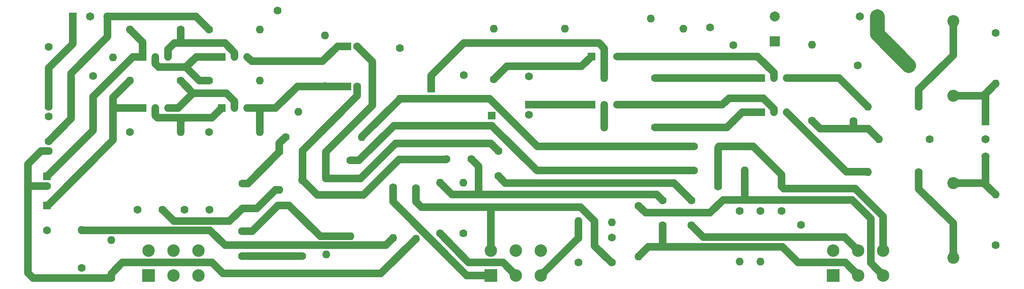
<source format=gbr>
%TF.GenerationSoftware,KiCad,Pcbnew,(6.0.7-1)-1*%
%TF.CreationDate,2023-01-17T23:08:22-05:00*%
%TF.ProjectId,2225_PE01,32323235-5f50-4453-9031-2e6b69636164,rev?*%
%TF.SameCoordinates,Original*%
%TF.FileFunction,Copper,L4,Bot*%
%TF.FilePolarity,Positive*%
%FSLAX46Y46*%
G04 Gerber Fmt 4.6, Leading zero omitted, Abs format (unit mm)*
G04 Created by KiCad (PCBNEW (6.0.7-1)-1) date 2023-01-17 23:08:22*
%MOMM*%
%LPD*%
G01*
G04 APERTURE LIST*
%TA.AperFunction,ComponentPad*%
%ADD10R,1.650000X1.650000*%
%TD*%
%TA.AperFunction,ComponentPad*%
%ADD11C,1.650000*%
%TD*%
%TA.AperFunction,ComponentPad*%
%ADD12C,1.600000*%
%TD*%
%TA.AperFunction,ComponentPad*%
%ADD13O,1.600000X1.600000*%
%TD*%
%TA.AperFunction,ComponentPad*%
%ADD14R,1.500000X1.500000*%
%TD*%
%TA.AperFunction,ComponentPad*%
%ADD15C,1.500000*%
%TD*%
%TA.AperFunction,ComponentPad*%
%ADD16R,1.600000X1.600000*%
%TD*%
%TA.AperFunction,ComponentPad*%
%ADD17R,2.500000X2.500000*%
%TD*%
%TA.AperFunction,ComponentPad*%
%ADD18C,2.500000*%
%TD*%
%TA.AperFunction,ComponentPad*%
%ADD19C,2.400000*%
%TD*%
%TA.AperFunction,ComponentPad*%
%ADD20R,2.000000X2.000000*%
%TD*%
%TA.AperFunction,ComponentPad*%
%ADD21C,2.000000*%
%TD*%
%TA.AperFunction,Conductor*%
%ADD22C,3.000000*%
%TD*%
%TA.AperFunction,Conductor*%
%ADD23C,1.500000*%
%TD*%
G04 APERTURE END LIST*
D10*
%TO.P,J1,1,Pin_1*%
%TO.N,Vin_R*%
X194000000Y-26121000D03*
D11*
%TO.P,J1,2,Pin_2*%
%TO.N,GND*%
X194000000Y-29621000D03*
%TO.P,J1,3,Pin_3*%
%TO.N,Vin_L*%
X194000000Y-33121000D03*
%TD*%
D12*
%TO.P,RE29,1*%
%TO.N,Net-(RE29-Pad1)*%
X84800000Y-48500000D03*
D13*
%TO.P,RE29,2*%
%TO.N,Net-(CE17-Pad1)*%
X84800000Y-38340000D03*
%TD*%
D12*
%TO.P,RE39,1*%
%TO.N,/HE5_B*%
X61800000Y-19000000D03*
D13*
%TO.P,RE39,2*%
%TO.N,/pwr*%
X61800000Y-8840000D03*
%TD*%
D12*
%TO.P,RE10,1*%
%TO.N,Net-(HE2-Pad2)*%
X126984500Y-13000000D03*
D13*
%TO.P,RE10,2*%
%TO.N,/pwr*%
X126984500Y-5380000D03*
%TD*%
D12*
%TO.P,CE8,1*%
%TO.N,Net-(CE8-Pad1)*%
X153134500Y-44071000D03*
%TO.P,CE8,2*%
%TO.N,Net-(CE8-Pad2)*%
X153134500Y-39071000D03*
%TD*%
%TO.P,CE9,1*%
%TO.N,Net-(CE9-Pad1)*%
X129384500Y-46900000D03*
%TO.P,CE9,2*%
%TO.N,Net-(CE17-Pad1)*%
X129384500Y-41900000D03*
%TD*%
D14*
%TO.P,HE3,1,E*%
%TO.N,/HE3_E*%
X115144500Y-22700000D03*
D15*
%TO.P,HE3,2,C*%
%TO.N,/HE3_C*%
X117684500Y-22700000D03*
%TO.P,HE3,3,B*%
%TO.N,/HE1_C*%
X120224500Y-22700000D03*
%TD*%
D16*
%TO.P,CE19,1*%
%TO.N,/HE5_B*%
X66244888Y-19021000D03*
D12*
%TO.P,CE19,2*%
%TO.N,Net-(CE17-Pad2)*%
X68244888Y-19021000D03*
%TD*%
D14*
%TO.P,HE4,1,E*%
%TO.N,Net-(CE4-Pad1)*%
X115144500Y-13000000D03*
D15*
%TO.P,HE4,2,C*%
%TO.N,Net-(CE6-Pad1)*%
X117684500Y-13000000D03*
%TO.P,HE4,3,B*%
%TO.N,Net-(HE2-Pad2)*%
X120224500Y-13000000D03*
%TD*%
D11*
%TO.P,J3,1,Pin_1*%
%TO.N,GND*%
X168784500Y-5000000D03*
%TO.P,J3,2,Pin_2*%
%TO.N,Vcc*%
X172284500Y-5000000D03*
%TD*%
D17*
%TO.P,RE52,1,1*%
%TO.N,Net-(CE11-Pad1)*%
X95000000Y-56950000D03*
D18*
%TO.P,RE52,2,2*%
%TO.N,Net-(RE29-Pad1)*%
X100000000Y-56950000D03*
%TO.P,RE52,3,3*%
%TO.N,Net-(CE11-Pad2)*%
X105000000Y-56950000D03*
%TO.P,RE52,4,4*%
%TO.N,Net-(CE12-Pad2)*%
X105000000Y-51950000D03*
%TO.P,RE52,5,5*%
%TO.N,Net-(RE30-Pad1)*%
X100000000Y-51950000D03*
%TO.P,RE52,6,6*%
%TO.N,Net-(CE12-Pad1)*%
X95000000Y-51950000D03*
%TD*%
D12*
%TO.P,CE13,1*%
%TO.N,Net-(CE13-Pad1)*%
X33700000Y-43800000D03*
%TO.P,CE13,2*%
%TO.N,Net-(CE13-Pad2)*%
X38700000Y-43800000D03*
%TD*%
D14*
%TO.P,HE8,1,E*%
%TO.N,Net-(CE22-Pad1)*%
X25280000Y-13110000D03*
D15*
%TO.P,HE8,2,C*%
%TO.N,Net-(HE6-Pad1)*%
X27820000Y-13110000D03*
%TO.P,HE8,3,B*%
%TO.N,Net-(HE6-Pad2)*%
X30360000Y-13110000D03*
%TD*%
D17*
%TO.P,RE53,1,1*%
%TO.N,Net-(CE13-Pad1)*%
X26500000Y-56950000D03*
D18*
%TO.P,RE53,2,2*%
%TO.N,Net-(CE13-Pad2)*%
X31500000Y-56950000D03*
%TO.P,RE53,3,3*%
%TO.N,Net-(CE15-Pad2)*%
X36500000Y-56950000D03*
%TO.P,RE53,4,4*%
%TO.N,Net-(CE16-Pad2)*%
X36500000Y-51950000D03*
%TO.P,RE53,5,5*%
%TO.N,Net-(CE14-Pad2)*%
X31500000Y-51950000D03*
%TO.P,RE53,6,6*%
%TO.N,Net-(CE14-Pad1)*%
X26500000Y-51950000D03*
%TD*%
D12*
%TO.P,CE16,1*%
%TO.N,Net-(CE14-Pad2)*%
X45284500Y-43500000D03*
%TO.P,CE16,2*%
%TO.N,Net-(CE16-Pad2)*%
X45284500Y-38500000D03*
%TD*%
%TO.P,RE15,1*%
%TO.N,/HE3_E*%
X109784500Y-22700000D03*
D13*
%TO.P,RE15,2*%
%TO.N,/pwr*%
X109784500Y-7460000D03*
%TD*%
D14*
%TO.P,HE7,1,E*%
%TO.N,Net-(CE21-Pad1)*%
X25280000Y-23410000D03*
D15*
%TO.P,HE7,2,C*%
%TO.N,Net-(HE5-Pad1)*%
X27820000Y-23410000D03*
%TO.P,HE7,3,B*%
%TO.N,Net-(HE5-Pad2)*%
X30360000Y-23410000D03*
%TD*%
D12*
%TO.P,RE8,1*%
%TO.N,GND*%
X182780000Y-29600000D03*
D13*
%TO.P,RE8,2*%
%TO.N,Net-(RE5-Pad1)*%
X172620000Y-29600000D03*
%TD*%
D12*
%TO.P,CE17,1*%
%TO.N,Net-(CE17-Pad1)*%
X91100000Y-33650000D03*
%TO.P,CE17,2*%
%TO.N,Net-(CE17-Pad2)*%
X86100000Y-33650000D03*
%TD*%
%TO.P,RE41,1*%
%TO.N,GND*%
X38620000Y-28200000D03*
D13*
%TO.P,RE41,2*%
%TO.N,/HE5_B*%
X48780000Y-28200000D03*
%TD*%
D12*
%TO.P,CE24,1*%
%TO.N,Net-(CE22-Pad2)*%
X6500000Y-32028408D03*
%TO.P,CE24,2*%
%TO.N,Vout_R*%
X6500000Y-30028408D03*
%TD*%
%TO.P,CE18,1*%
%TO.N,Net-(CE10-Pad2)*%
X96500000Y-37000000D03*
%TO.P,CE18,2*%
%TO.N,Net-(CE18-Pad2)*%
X96500000Y-32000000D03*
%TD*%
%TO.P,RE34,1*%
%TO.N,Net-(CE22-Pad2)*%
X19000000Y-57510000D03*
D13*
%TO.P,RE34,2*%
%TO.N,Net-(CE14-Pad1)*%
X19000000Y-49890000D03*
%TD*%
D12*
%TO.P,RE19,1*%
%TO.N,Net-(CE5-Pad2)*%
X135604500Y-35921000D03*
D13*
%TO.P,RE19,2*%
%TO.N,Net-(CE7-Pad2)*%
X145764500Y-35921000D03*
%TD*%
D12*
%TO.P,RE16,1*%
%TO.N,Net-(CE4-Pad1)*%
X95584500Y-17600000D03*
D13*
%TO.P,RE16,2*%
%TO.N,/pwr*%
X95584500Y-7440000D03*
%TD*%
D17*
%TO.P,RE51,1,1*%
%TO.N,Net-(CE7-Pad1)*%
X163500000Y-56950000D03*
D18*
%TO.P,RE51,2,2*%
%TO.N,Net-(CE9-Pad1)*%
X168500000Y-56950000D03*
%TO.P,RE51,3,3*%
%TO.N,Net-(CE7-Pad2)*%
X173500000Y-56950000D03*
%TO.P,RE51,4,4*%
%TO.N,Net-(CE8-Pad2)*%
X173500000Y-51950000D03*
%TO.P,RE51,5,5*%
%TO.N,Net-(CE10-Pad1)*%
X168500000Y-51950000D03*
%TO.P,RE51,6,6*%
%TO.N,Net-(CE8-Pad1)*%
X163500000Y-51950000D03*
%TD*%
D12*
%TO.P,CE10,1*%
%TO.N,Net-(CE10-Pad1)*%
X135134500Y-46900000D03*
%TO.P,CE10,2*%
%TO.N,Net-(CE10-Pad2)*%
X135134500Y-41900000D03*
%TD*%
%TO.P,RE27,1*%
%TO.N,Net-(CE11-Pad1)*%
X75400000Y-39320000D03*
D13*
%TO.P,RE27,2*%
%TO.N,Net-(CE21-Pad2)*%
X75400000Y-49480000D03*
%TD*%
D12*
%TO.P,RE50,1*%
%TO.N,Vout_R*%
X38620000Y-7600000D03*
D13*
%TO.P,RE50,2*%
%TO.N,GND*%
X48780000Y-7600000D03*
%TD*%
D12*
%TO.P,CE12,1*%
%TO.N,Net-(CE12-Pad1)*%
X119184500Y-54400000D03*
%TO.P,CE12,2*%
%TO.N,Net-(CE12-Pad2)*%
X119184500Y-49400000D03*
%TD*%
%TO.P,RE28,1*%
%TO.N,Net-(CE12-Pad1)*%
X80000000Y-39420000D03*
D13*
%TO.P,RE28,2*%
%TO.N,Net-(CE22-Pad2)*%
X80000000Y-49580000D03*
%TD*%
D14*
%TO.P,HE6,1,E*%
%TO.N,Net-(HE6-Pad1)*%
X41160000Y-13110000D03*
D15*
%TO.P,HE6,2,C*%
%TO.N,Net-(HE6-Pad2)*%
X43700000Y-13110000D03*
%TO.P,HE6,3,B*%
%TO.N,Net-(CE20-Pad1)*%
X46240000Y-13110000D03*
%TD*%
D13*
%TO.P,RE54,2*%
%TO.N,Vcc*%
X178580000Y-14800000D03*
D12*
%TO.P,RE54,1*%
%TO.N,/pwr*%
X168420000Y-14800000D03*
%TD*%
%TO.P,CE7,1*%
%TO.N,Net-(CE7-Pad1)*%
X157084500Y-46821000D03*
%TO.P,CE7,2*%
%TO.N,Net-(CE7-Pad2)*%
X157084500Y-41821000D03*
%TD*%
%TO.P,RE7,1*%
%TO.N,Net-(RE5-Pad1)*%
X159284500Y-25891000D03*
D13*
%TO.P,RE7,2*%
%TO.N,/pwr*%
X159284500Y-10651000D03*
%TD*%
D12*
%TO.P,RE23,1*%
%TO.N,Net-(CE7-Pad2)*%
X124534500Y-43000000D03*
D13*
%TO.P,RE23,2*%
%TO.N,Net-(CE9-Pad1)*%
X124534500Y-53160000D03*
%TD*%
D12*
%TO.P,RE13,1*%
%TO.N,/HE1_E*%
X127814500Y-27271000D03*
D13*
%TO.P,RE13,2*%
%TO.N,/HE3_C*%
X117654500Y-27271000D03*
%TD*%
D12*
%TO.P,RE14,1*%
%TO.N,Net-(HE2-Pad1)*%
X127864500Y-17321000D03*
D13*
%TO.P,RE14,2*%
%TO.N,Net-(CE6-Pad1)*%
X117704500Y-17321000D03*
%TD*%
D12*
%TO.P,RE3,1*%
%TO.N,Net-(CE1-Pad2)*%
X180614500Y-36200000D03*
D13*
%TO.P,RE3,2*%
%TO.N,/HE1_B*%
X170454500Y-36200000D03*
%TD*%
D19*
%TO.P,CE2,1*%
%TO.N,Vin_R*%
X187500000Y-20921000D03*
%TO.P,CE2,2*%
%TO.N,Net-(CE2-Pad2)*%
X187500000Y-5921000D03*
%TD*%
D14*
%TO.P,HE2,1,E*%
%TO.N,Net-(HE2-Pad1)*%
X149044500Y-17321000D03*
D15*
%TO.P,HE2,2,C*%
%TO.N,Net-(HE2-Pad2)*%
X151584500Y-17321000D03*
%TO.P,HE2,3,B*%
%TO.N,Net-(HE2-Pad3)*%
X154124500Y-17321000D03*
%TD*%
D12*
%TO.P,RE47,1*%
%TO.N,GND*%
X22740000Y-28200000D03*
D13*
%TO.P,RE47,2*%
%TO.N,Net-(HE5-Pad1)*%
X32900000Y-28200000D03*
%TD*%
D12*
%TO.P,RE17,1*%
%TO.N,GND*%
X89534500Y-16741000D03*
D13*
%TO.P,RE17,2*%
%TO.N,Net-(CE5-Pad2)*%
X89534500Y-26901000D03*
%TD*%
D12*
%TO.P,CE23,1*%
%TO.N,Net-(CE21-Pad2)*%
X6500000Y-25100000D03*
%TO.P,CE23,2*%
%TO.N,Vout_L*%
X6500000Y-23100000D03*
%TD*%
%TO.P,RE9,1*%
%TO.N,/HE1_C*%
X133534500Y-22700000D03*
D13*
%TO.P,RE9,2*%
%TO.N,/pwr*%
X133534500Y-7460000D03*
%TD*%
D12*
%TO.P,RE35,1*%
%TO.N,Net-(CE15-Pad2)*%
X52414287Y-42920000D03*
D13*
%TO.P,RE35,2*%
%TO.N,Net-(CE13-Pad2)*%
X52414287Y-53080000D03*
%TD*%
D16*
%TO.P,CE3,1*%
%TO.N,/HE3_E*%
X102600000Y-22700000D03*
D12*
%TO.P,CE3,2*%
%TO.N,GND*%
X102600000Y-24700000D03*
%TD*%
D20*
%TO.P,CE25,1*%
%TO.N,/pwr*%
X151834500Y-9971000D03*
D21*
%TO.P,CE25,2*%
%TO.N,GND*%
X151834500Y-4971000D03*
%TD*%
D12*
%TO.P,RE40,1*%
%TO.N,/pwr*%
X52300000Y-3840000D03*
D13*
%TO.P,RE40,2*%
%TO.N,Net-(CE20-Pad1)*%
X52300000Y-14000000D03*
%TD*%
D12*
%TO.P,CE15,1*%
%TO.N,Net-(CE13-Pad2)*%
X45234500Y-53100000D03*
%TO.P,CE15,2*%
%TO.N,Net-(CE15-Pad2)*%
X45234500Y-48100000D03*
%TD*%
%TO.P,RE18,1*%
%TO.N,GND*%
X76784500Y-11341000D03*
D13*
%TO.P,RE18,2*%
%TO.N,Net-(CE6-Pad2)*%
X76784500Y-21501000D03*
%TD*%
D12*
%TO.P,RE49,1*%
%TO.N,GND*%
X6500000Y-11090000D03*
D13*
%TO.P,RE49,2*%
%TO.N,Vout_L*%
X6500000Y-18710000D03*
%TD*%
D12*
%TO.P,RE44,1*%
%TO.N,Net-(HE6-Pad2)*%
X32900000Y-7600000D03*
D13*
%TO.P,RE44,2*%
%TO.N,Net-(CE22-Pad1)*%
X22740000Y-7600000D03*
%TD*%
D12*
%TO.P,RE1,1*%
%TO.N,GND*%
X196000000Y-50901000D03*
D13*
%TO.P,RE1,2*%
%TO.N,Vin_L*%
X196000000Y-40741000D03*
%TD*%
D12*
%TO.P,RE21,1*%
%TO.N,Net-(CE7-Pad1)*%
X144784500Y-44041000D03*
D13*
%TO.P,RE21,2*%
%TO.N,Net-(CE21-Pad2)*%
X144784500Y-54201000D03*
%TD*%
D12*
%TO.P,RE43,1*%
%TO.N,Net-(HE5-Pad2)*%
X32900000Y-17900000D03*
D13*
%TO.P,RE43,2*%
%TO.N,Net-(CE21-Pad1)*%
X22740000Y-17900000D03*
%TD*%
D16*
%TO.P,CE22,1*%
%TO.N,Net-(CE22-Pad1)*%
X6200000Y-37046591D03*
D12*
%TO.P,CE22,2*%
%TO.N,Net-(CE22-Pad2)*%
X6200000Y-39046591D03*
%TD*%
%TO.P,RE32,1*%
%TO.N,Net-(CE16-Pad2)*%
X53880000Y-29221000D03*
D13*
%TO.P,RE32,2*%
%TO.N,Net-(CE6-Pad2)*%
X69120000Y-29221000D03*
%TD*%
D12*
%TO.P,RE22,1*%
%TO.N,Net-(CE8-Pad1)*%
X148884500Y-44041000D03*
D13*
%TO.P,RE22,2*%
%TO.N,Net-(CE22-Pad2)*%
X148884500Y-54201000D03*
%TD*%
D16*
%TO.P,CE4,1*%
%TO.N,Net-(CE4-Pad1)*%
X102600000Y-15000000D03*
D12*
%TO.P,CE4,2*%
%TO.N,GND*%
X102600000Y-17000000D03*
%TD*%
%TO.P,RE30,1*%
%TO.N,Net-(RE30-Pad1)*%
X89500000Y-48500000D03*
D13*
%TO.P,RE30,2*%
%TO.N,Net-(CE10-Pad2)*%
X89500000Y-38340000D03*
%TD*%
D10*
%TO.P,J2,1,Pin_1*%
%TO.N,Vout_L*%
X11300000Y-5000000D03*
D11*
%TO.P,J2,2,Pin_2*%
%TO.N,GND*%
X14800000Y-5000000D03*
%TO.P,J2,3,Pin_3*%
%TO.N,Vout_R*%
X18300000Y-5000000D03*
%TD*%
D12*
%TO.P,RE2,1*%
%TO.N,GND*%
X196000000Y-8341000D03*
D13*
%TO.P,RE2,2*%
%TO.N,Vin_R*%
X196000000Y-18501000D03*
%TD*%
D12*
%TO.P,RE48,1*%
%TO.N,Net-(HE6-Pad1)*%
X38620000Y-17900000D03*
D13*
%TO.P,RE48,2*%
%TO.N,GND*%
X48780000Y-17900000D03*
%TD*%
D12*
%TO.P,RE12,1*%
%TO.N,GND*%
X138834500Y-7241000D03*
D13*
%TO.P,RE12,2*%
%TO.N,Net-(HE2-Pad1)*%
X138834500Y-17401000D03*
%TD*%
D12*
%TO.P,RE26,1*%
%TO.N,Net-(CE6-Pad2)*%
X119184500Y-31100000D03*
D13*
%TO.P,RE26,2*%
%TO.N,Net-(CE12-Pad2)*%
X119184500Y-46340000D03*
%TD*%
D12*
%TO.P,RE6,1*%
%TO.N,Net-(RE5-Pad1)*%
X163884500Y-27481000D03*
D13*
%TO.P,RE6,2*%
%TO.N,Net-(HE2-Pad3)*%
X163884500Y-17321000D03*
%TD*%
D16*
%TO.P,CE5,1*%
%TO.N,/HE3_C*%
X95184500Y-24915888D03*
D12*
%TO.P,CE5,2*%
%TO.N,Net-(CE5-Pad2)*%
X95184500Y-26915888D03*
%TD*%
%TO.P,RE11,1*%
%TO.N,GND*%
X143484500Y-10780000D03*
D13*
%TO.P,RE11,2*%
%TO.N,/HE1_E*%
X143484500Y-26020000D03*
%TD*%
D12*
%TO.P,RE24,1*%
%TO.N,Net-(CE8-Pad2)*%
X140434500Y-39091000D03*
D13*
%TO.P,RE24,2*%
%TO.N,Net-(CE10-Pad1)*%
X140434500Y-49251000D03*
%TD*%
D12*
%TO.P,RE4,1*%
%TO.N,Net-(CE2-Pad2)*%
X180614500Y-23100000D03*
D13*
%TO.P,RE4,2*%
%TO.N,Net-(HE2-Pad3)*%
X170454500Y-23100000D03*
%TD*%
D12*
%TO.P,RE37,1*%
%TO.N,Net-(CE13-Pad2)*%
X57242858Y-53050000D03*
D13*
%TO.P,RE37,2*%
%TO.N,Net-(CE17-Pad2)*%
X57242858Y-37810000D03*
%TD*%
D12*
%TO.P,RE38,1*%
%TO.N,Net-(CE18-Pad2)*%
X62071429Y-37520000D03*
D13*
%TO.P,RE38,2*%
%TO.N,Net-(CE14-Pad2)*%
X62071429Y-52760000D03*
%TD*%
D16*
%TO.P,CE21,1*%
%TO.N,Net-(CE21-Pad1)*%
X6200000Y-42900000D03*
D12*
%TO.P,CE21,2*%
%TO.N,Net-(CE21-Pad2)*%
X6200000Y-47900000D03*
%TD*%
%TO.P,RE31,1*%
%TO.N,Net-(CE5-Pad2)*%
X66900000Y-33900000D03*
D13*
%TO.P,RE31,2*%
%TO.N,Net-(CE15-Pad2)*%
X66900000Y-49140000D03*
%TD*%
D12*
%TO.P,RE20,1*%
%TO.N,Net-(CE6-Pad2)*%
X135604500Y-31100000D03*
D13*
%TO.P,RE20,2*%
%TO.N,Net-(CE8-Pad2)*%
X145764500Y-31100000D03*
%TD*%
D14*
%TO.P,HE5,1,E*%
%TO.N,Net-(HE5-Pad1)*%
X41160000Y-23410000D03*
D15*
%TO.P,HE5,2,C*%
%TO.N,Net-(HE5-Pad2)*%
X43700000Y-23410000D03*
%TO.P,HE5,3,B*%
%TO.N,/HE5_B*%
X46240000Y-23410000D03*
%TD*%
D12*
%TO.P,RE36,1*%
%TO.N,Net-(CE16-Pad2)*%
X52684500Y-32161000D03*
D13*
%TO.P,RE36,2*%
%TO.N,Net-(CE14-Pad2)*%
X52684500Y-39781000D03*
%TD*%
D12*
%TO.P,RE5,1*%
%TO.N,Net-(RE5-Pad1)*%
X167534500Y-26020000D03*
D13*
%TO.P,RE5,2*%
%TO.N,/HE1_B*%
X167534500Y-36180000D03*
%TD*%
D19*
%TO.P,CE1,1*%
%TO.N,Vin_L*%
X187500000Y-38400000D03*
%TO.P,CE1,2*%
%TO.N,Net-(CE1-Pad2)*%
X187500000Y-53400000D03*
%TD*%
D12*
%TO.P,CE11,1*%
%TO.N,Net-(CE11-Pad1)*%
X112484500Y-54400000D03*
%TO.P,CE11,2*%
%TO.N,Net-(CE11-Pad2)*%
X112484500Y-49400000D03*
%TD*%
%TO.P,RE46,1*%
%TO.N,/pwr*%
X15400000Y-16900000D03*
D13*
%TO.P,RE46,2*%
%TO.N,Net-(CE22-Pad1)*%
X15400000Y-27060000D03*
%TD*%
D12*
%TO.P,RE33,1*%
%TO.N,Net-(CE13-Pad1)*%
X13100000Y-55500000D03*
D13*
%TO.P,RE33,2*%
%TO.N,Net-(CE21-Pad2)*%
X13100000Y-47880000D03*
%TD*%
D16*
%TO.P,CE20,1*%
%TO.N,Net-(CE20-Pad1)*%
X66244888Y-11000000D03*
D12*
%TO.P,CE20,2*%
%TO.N,Net-(CE18-Pad2)*%
X68244888Y-11000000D03*
%TD*%
%TO.P,RE25,1*%
%TO.N,Net-(CE5-Pad2)*%
X112484500Y-35920000D03*
D13*
%TO.P,RE25,2*%
%TO.N,Net-(CE11-Pad2)*%
X112484500Y-46080000D03*
%TD*%
%TO.P,RE45,2*%
%TO.N,/pwr*%
X19400000Y-13220000D03*
D12*
%TO.P,RE45,1*%
%TO.N,Net-(CE21-Pad1)*%
X19400000Y-23380000D03*
%TD*%
%TO.P,RE42,1*%
%TO.N,Net-(CE20-Pad1)*%
X56500000Y-14000000D03*
D13*
%TO.P,RE42,2*%
%TO.N,GND*%
X56500000Y-24160000D03*
%TD*%
D14*
%TO.P,HE1,1,E*%
%TO.N,/HE1_E*%
X149044500Y-24200000D03*
D15*
%TO.P,HE1,2,C*%
%TO.N,/HE1_C*%
X151584500Y-24200000D03*
%TO.P,HE1,3,B*%
%TO.N,/HE1_B*%
X154124500Y-24200000D03*
%TD*%
D16*
%TO.P,CE6,1*%
%TO.N,Net-(CE6-Pad1)*%
X83034500Y-19500000D03*
D12*
%TO.P,CE6,2*%
%TO.N,Net-(CE6-Pad2)*%
X83034500Y-21500000D03*
%TD*%
%TO.P,CE14,1*%
%TO.N,Net-(CE14-Pad1)*%
X24300000Y-43800000D03*
%TO.P,CE14,2*%
%TO.N,Net-(CE14-Pad2)*%
X29300000Y-43800000D03*
%TD*%
D22*
%TO.N,Vcc*%
X172284500Y-5000000D02*
X172284500Y-8504500D01*
X172284500Y-8504500D02*
X178580000Y-14800000D01*
D23*
%TO.N,Vin_L*%
X194000000Y-38700000D02*
X194000000Y-33121000D01*
%TO.N,Vin_R*%
X194000000Y-20500000D02*
X194000000Y-26121000D01*
X187500000Y-20921000D02*
X193580000Y-20921000D01*
X193580000Y-20921000D02*
X196000000Y-18501000D01*
%TO.N,Vin_L*%
X187500000Y-38400000D02*
X193659000Y-38400000D01*
X193659000Y-38400000D02*
X196000000Y-40741000D01*
%TO.N,Vout_R*%
X6500000Y-30028408D02*
X11000000Y-25528408D01*
X11000000Y-25528408D02*
X11000000Y-16400000D01*
X18300000Y-9100000D02*
X18300000Y-5000000D01*
X11000000Y-16400000D02*
X18300000Y-9100000D01*
%TO.N,Vout_L*%
X6500000Y-23100000D02*
X6500000Y-15300000D01*
X6500000Y-15300000D02*
X11300000Y-10500000D01*
X11300000Y-10500000D02*
X11300000Y-5000000D01*
%TO.N,Net-(CE1-Pad2)*%
X187500000Y-46500000D02*
X180614500Y-39614500D01*
X187500000Y-53321000D02*
X187500000Y-46500000D01*
X180614500Y-39614500D02*
X180614500Y-36200000D01*
%TO.N,Net-(CE2-Pad2)*%
X180614500Y-19685500D02*
X180614500Y-23100000D01*
X187500000Y-5921000D02*
X187500000Y-12800000D01*
X187500000Y-12800000D02*
X180614500Y-19685500D01*
%TO.N,Net-(CE4-Pad1)*%
X98184500Y-15000000D02*
X113144500Y-15000000D01*
X95584500Y-17600000D02*
X98184500Y-15000000D01*
X113144500Y-15000000D02*
X115144500Y-13000000D01*
%TO.N,Net-(CE5-Pad2)*%
X95169612Y-26901000D02*
X95184500Y-26915888D01*
X112485500Y-35921000D02*
X112484500Y-35920000D01*
X135604500Y-35921000D02*
X112485500Y-35921000D01*
X112484500Y-35920000D02*
X104188612Y-35920000D01*
X89534500Y-26901000D02*
X95169612Y-26901000D01*
X75599000Y-26901000D02*
X89534500Y-26901000D01*
X104188612Y-35920000D02*
X95184500Y-26915888D01*
X68600000Y-33900000D02*
X75599000Y-26901000D01*
X66900000Y-33900000D02*
X68600000Y-33900000D01*
%TO.N,Net-(CE6-Pad1)*%
X117704500Y-17321000D02*
X117704500Y-11401000D01*
X117704500Y-11401000D02*
X116624500Y-10321000D01*
X116624500Y-10321000D02*
X89534500Y-10321000D01*
X83034500Y-16821000D02*
X83034500Y-19500000D01*
X89534500Y-10321000D02*
X83034500Y-16821000D01*
%TO.N,Net-(CE6-Pad2)*%
X83089612Y-21500000D02*
X94713500Y-21500000D01*
X104313500Y-31100000D02*
X135604500Y-31100000D01*
X94713500Y-21500000D02*
X104313500Y-31100000D01*
X76784500Y-21501000D02*
X82978388Y-21501000D01*
X76784500Y-21556500D02*
X76784500Y-21501000D01*
X69275500Y-29065500D02*
X76784500Y-21556500D01*
X69220000Y-29065500D02*
X69275500Y-29065500D01*
%TO.N,Net-(CE17-Pad1)*%
X129384500Y-41900000D02*
X128184500Y-40700000D01*
X91100000Y-33650000D02*
X92500000Y-35050000D01*
X128184500Y-40700000D02*
X87160000Y-40700000D01*
X87160000Y-40700000D02*
X84800000Y-38340000D01*
X92500000Y-35050000D02*
X92500000Y-40700000D01*
%TO.N,Net-(CE10-Pad2)*%
X131634500Y-38400000D02*
X97900000Y-38400000D01*
X135134500Y-41900000D02*
X131634500Y-38400000D01*
X97900000Y-38400000D02*
X96500000Y-37000000D01*
%TO.N,Net-(CE17-Pad2)*%
X76600000Y-33700000D02*
X86050000Y-33700000D01*
X68244888Y-19021000D02*
X68244888Y-20955112D01*
X57300000Y-31900000D02*
X57300000Y-37867142D01*
X69500000Y-40800000D02*
X76600000Y-33700000D01*
X57300000Y-37867142D02*
X60232858Y-40800000D01*
X60232858Y-40800000D02*
X69500000Y-40800000D01*
X68244888Y-20955112D02*
X57300000Y-31900000D01*
X86050000Y-33700000D02*
X86100000Y-33650000D01*
%TO.N,Net-(CE18-Pad2)*%
X75900000Y-30500000D02*
X95000000Y-30500000D01*
X68244888Y-11000000D02*
X71300000Y-14055112D01*
X95000000Y-30500000D02*
X96500000Y-32000000D01*
X68880000Y-37520000D02*
X75900000Y-30500000D01*
X62000000Y-37520000D02*
X68880000Y-37520000D01*
X71300000Y-14055112D02*
X71300000Y-22900000D01*
X71300000Y-22900000D02*
X62000000Y-32200000D01*
X62000000Y-32200000D02*
X62000000Y-37520000D01*
%TO.N,/HE3_E*%
X115144500Y-22700000D02*
X102600000Y-22700000D01*
%TO.N,Net-(CE20-Pad1)*%
X61300000Y-14000000D02*
X56500000Y-14000000D01*
X64300000Y-11000000D02*
X61300000Y-14000000D01*
X66244888Y-11000000D02*
X64300000Y-11000000D01*
X46240000Y-13110000D02*
X47130000Y-14000000D01*
X52300000Y-14000000D02*
X56500000Y-14000000D01*
X47130000Y-14000000D02*
X52300000Y-14000000D01*
%TO.N,Net-(CE21-Pad1)*%
X19430000Y-23410000D02*
X19400000Y-23380000D01*
X19400000Y-21240000D02*
X22740000Y-17900000D01*
X19400000Y-23380000D02*
X19400000Y-29800000D01*
X19400000Y-29800000D02*
X6300000Y-42900000D01*
X25280000Y-23410000D02*
X19430000Y-23410000D01*
X19400000Y-23380000D02*
X19400000Y-21240000D01*
%TO.N,Net-(CE21-Pad2)*%
X13120000Y-47900000D02*
X13100000Y-47880000D01*
X73990000Y-50890000D02*
X41790000Y-50890000D01*
X41790000Y-50890000D02*
X38800000Y-47900000D01*
X75400000Y-49480000D02*
X73990000Y-50890000D01*
X38800000Y-47900000D02*
X13120000Y-47900000D01*
%TO.N,Net-(CE22-Pad1)*%
X23390000Y-13110000D02*
X25280000Y-13110000D01*
X25280000Y-13110000D02*
X25280000Y-10140000D01*
X25280000Y-10140000D02*
X22740000Y-7600000D01*
X15400000Y-23380000D02*
X15400000Y-27846591D01*
X15400000Y-27846591D02*
X6200000Y-37046591D01*
X15400000Y-23380000D02*
X15400000Y-21100000D01*
X15400000Y-21100000D02*
X23390000Y-13110000D01*
%TO.N,Net-(CE22-Pad2)*%
X2400000Y-56500000D02*
X2400000Y-42200000D01*
X6200000Y-39046591D02*
X2646591Y-39046591D01*
X2400000Y-38800000D02*
X2400000Y-42200000D01*
X19000000Y-56610000D02*
X19000000Y-57510000D01*
X72980000Y-56600000D02*
X41400000Y-56600000D01*
X3410000Y-57510000D02*
X2400000Y-56500000D01*
X4971592Y-32028408D02*
X2400000Y-34600000D01*
X21210000Y-54400000D02*
X19000000Y-56610000D01*
X2646591Y-39046591D02*
X2400000Y-38800000D01*
X19000000Y-57510000D02*
X3410000Y-57510000D01*
X6500000Y-32028408D02*
X4971592Y-32028408D01*
X2400000Y-34600000D02*
X2400000Y-38800000D01*
X80000000Y-49580000D02*
X72980000Y-56600000D01*
X39200000Y-54400000D02*
X21210000Y-54400000D01*
X41400000Y-56600000D02*
X39200000Y-54400000D01*
%TO.N,/HE3_C*%
X117654500Y-22811000D02*
X117684500Y-22781000D01*
X117654500Y-27271000D02*
X117654500Y-22811000D01*
%TO.N,Net-(HE2-Pad1)*%
X149044500Y-17321000D02*
X127864500Y-17321000D01*
%TO.N,Net-(HE2-Pad2)*%
X151584500Y-16260340D02*
X148324160Y-13000000D01*
X148300000Y-13000000D02*
X120264500Y-13000000D01*
X151584500Y-17321000D02*
X151584500Y-16260340D01*
%TO.N,Net-(HE2-Pad3)*%
X163884500Y-17321000D02*
X164675500Y-17321000D01*
X154124500Y-17321000D02*
X163884500Y-17321000D01*
X164675500Y-17321000D02*
X170454500Y-23100000D01*
%TO.N,Net-(HE5-Pad1)*%
X27820000Y-23410000D02*
X27820000Y-24920000D01*
X28251815Y-25351815D02*
X33448185Y-25351815D01*
X32900000Y-25900000D02*
X33448185Y-25351815D01*
X32900000Y-28200000D02*
X32900000Y-25900000D01*
X39218185Y-25351815D02*
X41160000Y-23410000D01*
X33448185Y-25351815D02*
X39218185Y-25351815D01*
X27820000Y-24920000D02*
X28251815Y-25351815D01*
%TO.N,Net-(HE5-Pad2)*%
X35400000Y-20400000D02*
X42100000Y-20400000D01*
X30360000Y-23410000D02*
X32390000Y-23410000D01*
X32390000Y-23410000D02*
X35400000Y-20400000D01*
X32900000Y-17900000D02*
X35400000Y-20400000D01*
X42100000Y-20400000D02*
X43700000Y-22000000D01*
X43700000Y-22000000D02*
X43700000Y-23410000D01*
%TO.N,Net-(HE6-Pad1)*%
X36070000Y-13110000D02*
X33980000Y-15200000D01*
X38620000Y-17900000D02*
X36680000Y-17900000D01*
X41160000Y-13110000D02*
X36070000Y-13110000D01*
X27820000Y-13110000D02*
X27820000Y-14520000D01*
X36680000Y-17900000D02*
X33980000Y-15200000D01*
X27820000Y-14520000D02*
X28500000Y-15200000D01*
X28500000Y-15200000D02*
X33980000Y-15200000D01*
%TO.N,Net-(HE6-Pad2)*%
X30360000Y-11640000D02*
X31640000Y-10360000D01*
X32900000Y-10300000D02*
X32960000Y-10360000D01*
X31640000Y-10360000D02*
X32960000Y-10360000D01*
X43700000Y-12250000D02*
X41810000Y-10360000D01*
X41810000Y-10360000D02*
X32960000Y-10360000D01*
X43700000Y-13110000D02*
X43700000Y-12250000D01*
X32900000Y-7600000D02*
X32900000Y-10300000D01*
X30360000Y-13110000D02*
X30360000Y-11640000D01*
%TO.N,Net-(RE5-Pad1)*%
X167534500Y-27365500D02*
X167419000Y-27481000D01*
X163884500Y-27481000D02*
X167419000Y-27481000D01*
X160874500Y-27481000D02*
X159284500Y-25891000D01*
X167534500Y-26020000D02*
X167534500Y-27365500D01*
X163884500Y-27481000D02*
X160874500Y-27481000D01*
X167419000Y-27481000D02*
X170501000Y-27481000D01*
X170501000Y-27481000D02*
X172620000Y-29600000D01*
%TO.N,Net-(CE7-Pad2)*%
X157084500Y-41821000D02*
X167284500Y-41821000D01*
X170984500Y-45521000D02*
X170984500Y-54434500D01*
X146034500Y-41821000D02*
X148334500Y-41821000D01*
X170984500Y-54434500D02*
X173500000Y-56950000D01*
X138855500Y-44400000D02*
X141434500Y-41821000D01*
X125934500Y-44400000D02*
X138855500Y-44400000D01*
X124534500Y-43000000D02*
X125934500Y-44400000D01*
X145764500Y-41551000D02*
X146034500Y-41821000D01*
X141434500Y-41821000D02*
X146034500Y-41821000D01*
X148334500Y-41821000D02*
X157084500Y-41821000D01*
X145764500Y-35921000D02*
X145764500Y-41551000D01*
X167284500Y-41821000D02*
X170984500Y-45521000D01*
%TO.N,Net-(CE8-Pad2)*%
X153563500Y-39500000D02*
X167900000Y-39500000D01*
X140434500Y-39091000D02*
X140434500Y-31321000D01*
X153134500Y-36741000D02*
X153134500Y-39071000D01*
X173500000Y-45100000D02*
X173500000Y-51950000D01*
X147493500Y-31100000D02*
X153134500Y-36741000D01*
X140434500Y-31321000D02*
X140655500Y-31100000D01*
X140655500Y-31100000D02*
X147493500Y-31100000D01*
X153134500Y-39071000D02*
X153563500Y-39500000D01*
X167900000Y-39500000D02*
X173500000Y-45100000D01*
%TO.N,Net-(CE9-Pad1)*%
X156463500Y-54400000D02*
X153284500Y-51221000D01*
X168500000Y-56950000D02*
X165950000Y-54400000D01*
X129384500Y-50926500D02*
X129679000Y-51221000D01*
X129384500Y-46900000D02*
X129384500Y-50926500D01*
X165950000Y-54400000D02*
X156463500Y-54400000D01*
X129679000Y-51221000D02*
X126473500Y-51221000D01*
X126473500Y-51221000D02*
X124534500Y-53160000D01*
X153284500Y-51221000D02*
X129679000Y-51221000D01*
%TO.N,Net-(CE10-Pad1)*%
X135134500Y-46900000D02*
X137485500Y-49251000D01*
X165801000Y-49251000D02*
X168500000Y-51950000D01*
X137485500Y-49251000D02*
X165801000Y-49251000D01*
%TO.N,Net-(CE11-Pad1)*%
X90150000Y-56950000D02*
X95000000Y-56950000D01*
X75400000Y-39320000D02*
X75400000Y-42200000D01*
X75400000Y-42200000D02*
X90150000Y-56950000D01*
%TO.N,Net-(CE11-Pad2)*%
X112484500Y-49500000D02*
X112484500Y-46080000D01*
X105000000Y-56950000D02*
X112484500Y-49465500D01*
X112484500Y-49465500D02*
X112484500Y-49400000D01*
%TO.N,Net-(CE12-Pad1)*%
X95000000Y-51950000D02*
X95000000Y-43500000D01*
X81122855Y-43300000D02*
X80000000Y-42177145D01*
X119084500Y-54400000D02*
X115700000Y-51015500D01*
X115700000Y-46100000D02*
X112900000Y-43300000D01*
X119184500Y-54400000D02*
X119084500Y-54400000D01*
X80000000Y-42177145D02*
X80000000Y-39420000D01*
X95000000Y-43500000D02*
X94900000Y-43400000D01*
X112900000Y-43300000D02*
X81122855Y-43300000D01*
X115700000Y-51015500D02*
X115700000Y-46100000D01*
%TO.N,Net-(CE13-Pad2)*%
X57192858Y-53100000D02*
X57242858Y-53050000D01*
X45234500Y-53100000D02*
X57192858Y-53100000D01*
%TO.N,Net-(CE14-Pad2)*%
X45284500Y-43500000D02*
X42684500Y-46100000D01*
X31600000Y-46100000D02*
X29300000Y-43800000D01*
X51851750Y-39781000D02*
X52684500Y-39781000D01*
X45284500Y-43500000D02*
X48132750Y-43500000D01*
X42684500Y-46100000D02*
X31600000Y-46100000D01*
X48132750Y-43500000D02*
X51851750Y-39781000D01*
%TO.N,Net-(CE15-Pad2)*%
X54620000Y-42920000D02*
X60840000Y-49140000D01*
X52414287Y-42920000D02*
X54620000Y-42920000D01*
X45234500Y-48100000D02*
X47234287Y-48100000D01*
X60840000Y-49140000D02*
X66900000Y-49140000D01*
X47234287Y-48100000D02*
X52414287Y-42920000D01*
%TO.N,Net-(CE16-Pad2)*%
X46345500Y-38500000D02*
X52684500Y-32161000D01*
X45284500Y-38500000D02*
X46345500Y-38500000D01*
X52684500Y-30416500D02*
X52684500Y-32161000D01*
X53880000Y-29221000D02*
X52684500Y-30416500D01*
%TO.N,/HE5_B*%
X66244888Y-19021000D02*
X61221000Y-19021000D01*
X61221000Y-19021000D02*
X56279000Y-19021000D01*
X49090000Y-23410000D02*
X46240000Y-23410000D01*
X51890000Y-23410000D02*
X49090000Y-23410000D01*
X48780000Y-23720000D02*
X49090000Y-23410000D01*
X48780000Y-28200000D02*
X48780000Y-23720000D01*
X56279000Y-19021000D02*
X51890000Y-23410000D01*
%TO.N,Vout_R*%
X36000000Y-5000000D02*
X38600000Y-7600000D01*
X18300000Y-5000000D02*
X36000000Y-5000000D01*
%TO.N,/HE1_E*%
X145304500Y-24200000D02*
X143484500Y-26020000D01*
X149044500Y-24200000D02*
X145304500Y-24200000D01*
X143484500Y-26020000D02*
X142233500Y-27271000D01*
X142233500Y-27271000D02*
X127814500Y-27271000D01*
%TO.N,/HE1_C*%
X151584500Y-24200000D02*
X151584500Y-23501000D01*
X151584500Y-23501000D02*
X149483500Y-21400000D01*
X141309000Y-22700000D02*
X120224500Y-22700000D01*
X142609000Y-21400000D02*
X141309000Y-22700000D01*
X149483500Y-21400000D02*
X142609000Y-21400000D01*
%TO.N,/HE1_B*%
X167534500Y-36180000D02*
X170434500Y-36180000D01*
X154124500Y-24200000D02*
X166080000Y-36180000D01*
X166080000Y-36180000D02*
X167534500Y-36180000D01*
X170434500Y-36180000D02*
X170454500Y-36200000D01*
%TO.N,Net-(RE29-Pad1)*%
X90500000Y-54400000D02*
X84800000Y-48500000D01*
X97450000Y-54400000D02*
X90500000Y-54400000D01*
X100000000Y-56950000D02*
X97450000Y-54400000D01*
%TD*%
M02*

</source>
